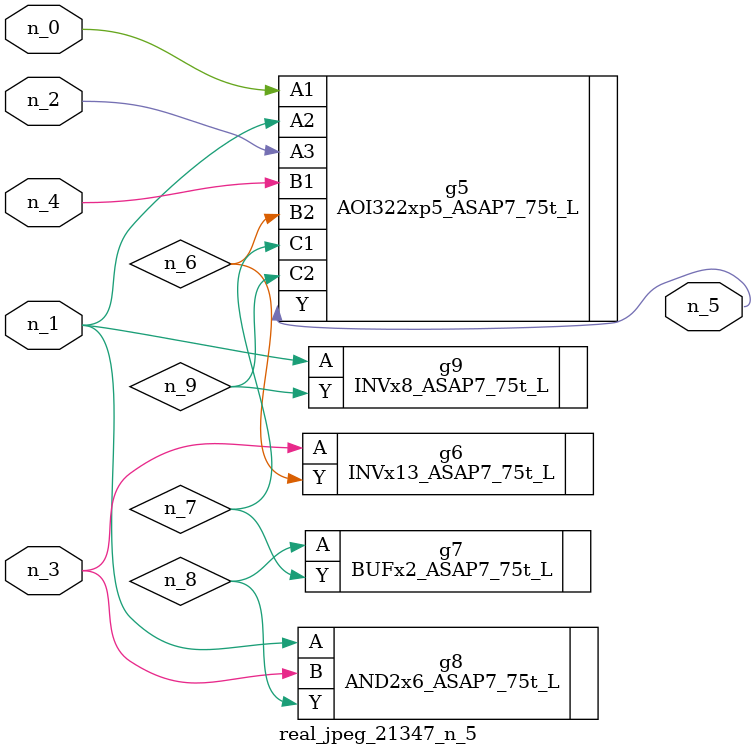
<source format=v>
module real_jpeg_21347_n_5 (n_4, n_0, n_1, n_2, n_3, n_5);

input n_4;
input n_0;
input n_1;
input n_2;
input n_3;

output n_5;

wire n_8;
wire n_6;
wire n_7;
wire n_9;

AOI322xp5_ASAP7_75t_L g5 ( 
.A1(n_0),
.A2(n_1),
.A3(n_2),
.B1(n_4),
.B2(n_6),
.C1(n_7),
.C2(n_9),
.Y(n_5)
);

AND2x6_ASAP7_75t_L g8 ( 
.A(n_1),
.B(n_3),
.Y(n_8)
);

INVx8_ASAP7_75t_L g9 ( 
.A(n_1),
.Y(n_9)
);

INVx13_ASAP7_75t_L g6 ( 
.A(n_3),
.Y(n_6)
);

BUFx2_ASAP7_75t_L g7 ( 
.A(n_8),
.Y(n_7)
);


endmodule
</source>
